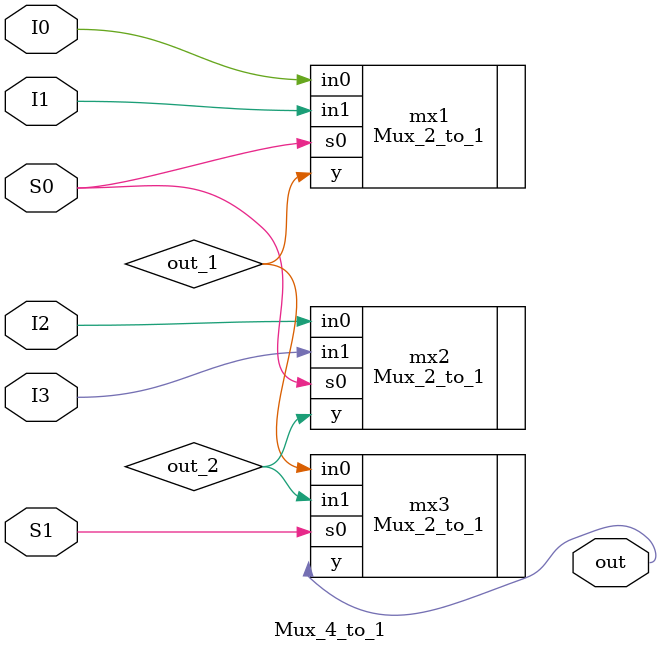
<source format=v>
/*
Instructions
-------------------
Students are not allowed to make any changes in the Module declaration.
This file is used to design 4:1 Multiplexer.

Recommended Quartus Version : 19.1
The submitted project file must be 19.1 compatible as the evaluation will be done on Quartus Prime Lite 19.1.

Warning: The error due to compatibility will not be entertained.
			Do not make any changes to Test_Bench_Vector.txt file. Violating will result into Disqualification.
-------------------
*/

//4:1 MUX design
//Inputs  : I3(MSB), I2, I1, I0(LSB) and Select Lines : S1(MSB), S0(LSB)
//Output  : out

//////////////////DO NOT MAKE ANY CHANGES IN MODULE//////////////////
module Mux_4_to_1(
	input		I3,       //INPUT I3(MSB)    
	input		I2,		 //INPUT I2
	input		I1,       //INPUT I1
	input		I0,		 //INPUT I0
	input		S1,       //SELECT INPUT S1(MSB)
	input		S0,		 //SELECT INPUT S0(LSB)	 
	output out			 //OUTPUT out			 
);
////////////////////////WRITE YOUR CODE FROM HERE//////////////////// 
wire out_1;wire out_2;

	Mux_2_to_1 mx1 ( .in1 (I1),
						  .in0 (I0),
						  .s0 (S0),
						  .y (out_1)
						);
	Mux_2_to_1 mx2 ( .in1 (I3),
						  .in0 (I2),
						  .s0 (S0),
						  .y (out_2)
						);
	Mux_2_to_1 mx3 ( .in1 (out_2),
						  .in0 (out_1),
						  .s0 (S1),
						  .y (out)
						);
////////////////////////YOUR CODE ENDS HERE//////////////////////////
endmodule
///////////////////////////////MODULE ENDS///////////////////////////
</source>
